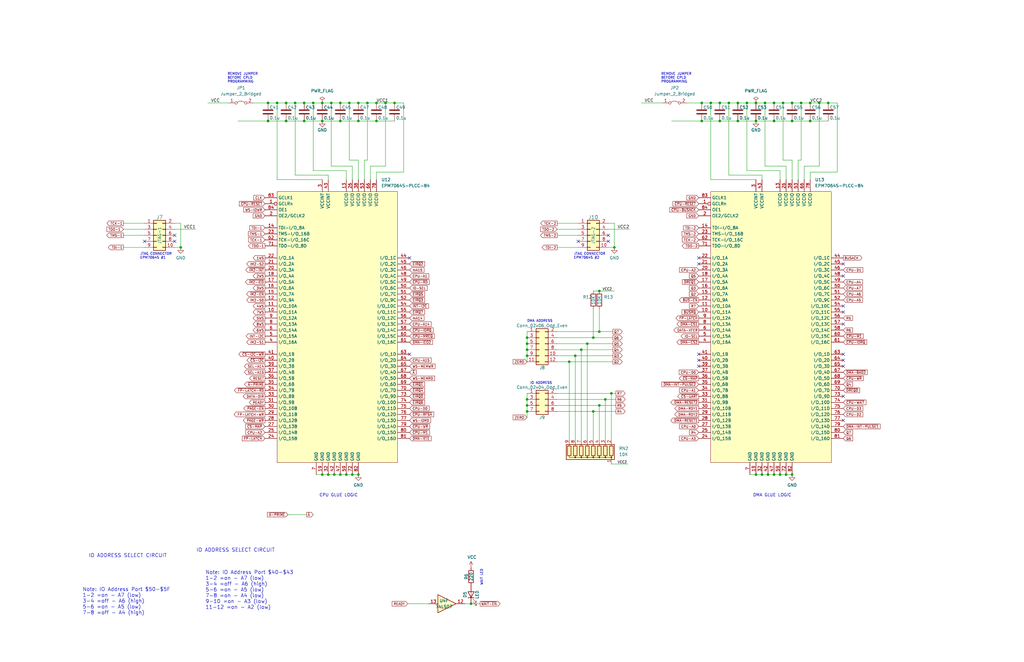
<source format=kicad_sch>
(kicad_sch (version 20211123) (generator eeschema)
  (paper "B")
  (junction (at 222.25 147.574))
  (junction (at 132.08 43.434))
  (junction (at 257.81 165.989))
  (junction (at 259.08 104.394))
  (junction (at 135.89 51.054))
  (junction (at 311.15 43.434))
  (junction (at 222.25 150.114))
  (junction (at 252.73 122.809))
  (junction (at 116.84 43.434))
  (junction (at 328.93 200.279))
  (junction (at 345.44 43.434))
  (junction (at 162.56 43.434))
  (junction (at 151.13 43.434))
  (junction (at 143.51 200.279))
  (junction (at 135.89 43.434))
  (junction (at 318.77 43.434))
  (junction (at 337.82 43.434))
  (junction (at 113.03 51.054))
  (junction (at 303.53 51.054))
  (junction (at 222.25 171.069))
  (junction (at 311.15 51.054))
  (junction (at 166.37 43.434))
  (junction (at 326.39 200.279))
  (junction (at 307.34 43.434))
  (junction (at 158.75 43.434))
  (junction (at 314.96 43.434))
  (junction (at 330.2 43.434))
  (junction (at 252.73 139.954))
  (junction (at 349.25 43.434))
  (junction (at 146.05 200.279))
  (junction (at 322.58 43.434))
  (junction (at 295.91 51.054))
  (junction (at 154.94 43.434))
  (junction (at 331.47 200.279))
  (junction (at 255.27 168.529))
  (junction (at 138.43 200.279))
  (junction (at 318.77 200.279))
  (junction (at 222.25 168.529))
  (junction (at 295.91 43.434))
  (junction (at 151.13 200.279))
  (junction (at 323.85 200.279))
  (junction (at 120.65 51.054))
  (junction (at 326.39 43.434))
  (junction (at 158.75 51.054))
  (junction (at 318.77 51.054))
  (junction (at 124.46 43.434))
  (junction (at 148.59 200.279))
  (junction (at 334.01 43.434))
  (junction (at 303.53 43.434))
  (junction (at 76.2 104.394))
  (junction (at 341.63 43.434))
  (junction (at 222.25 142.494))
  (junction (at 247.65 145.034))
  (junction (at 240.03 152.654))
  (junction (at 222.25 173.609))
  (junction (at 321.31 200.279))
  (junction (at 135.89 200.279))
  (junction (at 252.73 171.069))
  (junction (at 242.57 150.114))
  (junction (at 334.01 51.054))
  (junction (at 120.65 43.434))
  (junction (at 140.97 200.279))
  (junction (at 245.11 147.574))
  (junction (at 143.51 51.054))
  (junction (at 143.51 43.434))
  (junction (at 341.63 51.054))
  (junction (at 151.13 51.054))
  (junction (at 250.19 173.609))
  (junction (at 250.19 142.494))
  (junction (at 222.25 145.034))
  (junction (at 128.27 51.054))
  (junction (at 334.01 200.279))
  (junction (at 326.39 51.054))
  (junction (at 198.628 254.762))
  (junction (at 139.7 43.434))
  (junction (at 147.32 43.434))
  (junction (at 299.72 43.434))
  (junction (at 128.27 43.434))
  (junction (at 113.03 43.434))
  (no_connect (at 256.54 99.314))
  (no_connect (at 294.64 152.019))
  (no_connect (at 60.96 101.854))
  (no_connect (at 355.6 167.259))
  (no_connect (at 294.64 154.559))
  (no_connect (at 355.6 116.459))
  (no_connect (at 355.6 129.159))
  (no_connect (at 355.6 136.779))
  (no_connect (at 172.72 149.479))
  (no_connect (at 355.6 149.479))
  (no_connect (at 294.64 111.379))
  (no_connect (at 355.6 131.699))
  (no_connect (at 256.54 101.854))
  (no_connect (at 73.66 101.854))
  (no_connect (at 355.6 177.419))
  (no_connect (at 243.84 101.854))
  (no_connect (at 73.66 99.314))
  (no_connect (at 294.64 149.479))
  (no_connect (at 172.72 108.839))
  (no_connect (at 355.6 152.019))
  (no_connect (at 355.6 111.379))
  (no_connect (at 355.6 154.559))
  (no_connect (at 294.64 108.839))
  (wire (pts (xy 222.25 145.034) (xy 222.25 147.574)))
  (wire (pts (xy 311.15 51.054) (xy 318.77 51.054)))
  (wire (pts (xy 250.19 130.429) (xy 250.19 142.494)))
  (wire (pts (xy 222.25 142.494) (xy 222.25 145.034)))
  (wire (pts (xy 162.56 43.434) (xy 162.56 70.104)))
  (wire (pts (xy 242.57 150.114) (xy 258.445 150.114)))
  (wire (pts (xy 299.72 43.434) (xy 299.72 75.819)))
  (wire (pts (xy 138.43 200.279) (xy 140.97 200.279)))
  (wire (pts (xy 240.03 152.654) (xy 258.445 152.654)))
  (wire (pts (xy 148.59 75.819) (xy 148.59 70.104)))
  (wire (pts (xy 336.55 75.819) (xy 336.55 67.564)))
  (wire (pts (xy 116.84 43.434) (xy 120.65 43.434)))
  (wire (pts (xy 60.96 94.234) (xy 52.07 94.234)))
  (wire (pts (xy 151.13 67.564) (xy 151.13 75.819)))
  (wire (pts (xy 147.32 43.434) (xy 151.13 43.434)))
  (wire (pts (xy 222.25 173.609) (xy 222.25 176.149)))
  (wire (pts (xy 147.32 43.434) (xy 147.32 67.564)))
  (wire (pts (xy 133.35 200.279) (xy 135.89 200.279)))
  (wire (pts (xy 143.51 51.054) (xy 151.13 51.054)))
  (wire (pts (xy 120.65 43.434) (xy 124.46 43.434)))
  (wire (pts (xy 121.412 217.17) (xy 129.286 217.17)))
  (wire (pts (xy 242.57 150.114) (xy 242.57 185.674)))
  (wire (pts (xy 156.21 70.104) (xy 156.21 75.819)))
  (wire (pts (xy 330.2 67.564) (xy 334.01 67.564)))
  (wire (pts (xy 158.75 43.434) (xy 162.56 43.434)))
  (wire (pts (xy 135.89 51.054) (xy 143.51 51.054)))
  (wire (pts (xy 196.088 254.762) (xy 198.628 254.762)))
  (wire (pts (xy 124.46 73.914) (xy 124.46 43.434)))
  (wire (pts (xy 331.47 75.819) (xy 331.47 70.104)))
  (wire (pts (xy 334.01 43.434) (xy 337.82 43.434)))
  (wire (pts (xy 87.63 43.434) (xy 96.52 43.434)))
  (wire (pts (xy 257.81 165.989) (xy 257.81 185.674)))
  (wire (pts (xy 252.73 171.069) (xy 252.73 185.674)))
  (wire (pts (xy 252.73 122.809) (xy 259.08 122.809)))
  (wire (pts (xy 146.05 200.279) (xy 148.59 200.279)))
  (wire (pts (xy 255.27 168.529) (xy 255.27 185.674)))
  (wire (pts (xy 259.715 171.069) (xy 252.73 171.069)))
  (wire (pts (xy 314.96 72.009) (xy 328.93 72.009)))
  (wire (pts (xy 341.63 51.054) (xy 349.25 51.054)))
  (wire (pts (xy 334.01 67.564) (xy 334.01 75.819)))
  (wire (pts (xy 318.77 51.054) (xy 326.39 51.054)))
  (wire (pts (xy 250.19 173.609) (xy 234.95 173.609)))
  (wire (pts (xy 349.25 43.434) (xy 353.06 43.434)))
  (wire (pts (xy 52.07 99.314) (xy 60.96 99.314)))
  (wire (pts (xy 334.01 51.054) (xy 341.63 51.054)))
  (wire (pts (xy 259.715 173.609) (xy 250.19 173.609)))
  (wire (pts (xy 147.32 67.564) (xy 151.13 67.564)))
  (wire (pts (xy 166.37 43.434) (xy 170.18 43.434)))
  (wire (pts (xy 256.54 96.774) (xy 265.43 96.774)))
  (wire (pts (xy 318.77 200.279) (xy 321.31 200.279)))
  (wire (pts (xy 234.95 147.574) (xy 245.11 147.574)))
  (wire (pts (xy 151.13 51.054) (xy 158.75 51.054)))
  (wire (pts (xy 307.34 73.914) (xy 307.34 43.434)))
  (wire (pts (xy 345.44 43.434) (xy 345.44 70.104)))
  (wire (pts (xy 234.95 139.954) (xy 252.73 139.954)))
  (wire (pts (xy 222.25 168.529) (xy 222.25 171.069)))
  (wire (pts (xy 73.66 94.234) (xy 76.2 94.234)))
  (wire (pts (xy 316.23 200.279) (xy 318.77 200.279)))
  (wire (pts (xy 303.53 43.434) (xy 307.34 43.434)))
  (wire (pts (xy 245.11 147.574) (xy 245.11 185.674)))
  (wire (pts (xy 120.65 51.054) (xy 128.27 51.054)))
  (wire (pts (xy 234.95 165.989) (xy 257.81 165.989)))
  (wire (pts (xy 328.93 200.279) (xy 331.47 200.279)))
  (wire (pts (xy 299.72 75.819) (xy 318.77 75.819)))
  (wire (pts (xy 171.958 254.762) (xy 180.848 254.762)))
  (wire (pts (xy 132.08 43.434) (xy 132.08 72.009)))
  (wire (pts (xy 234.95 104.394) (xy 243.84 104.394)))
  (wire (pts (xy 138.43 73.914) (xy 124.46 73.914)))
  (wire (pts (xy 336.55 67.564) (xy 337.82 67.564)))
  (wire (pts (xy 311.15 43.434) (xy 314.96 43.434)))
  (wire (pts (xy 154.94 43.434) (xy 158.75 43.434)))
  (wire (pts (xy 321.31 75.819) (xy 321.31 73.914)))
  (wire (pts (xy 202.438 254.762) (xy 198.628 254.762)))
  (wire (pts (xy 331.47 200.279) (xy 334.01 200.279)))
  (wire (pts (xy 321.31 73.914) (xy 307.34 73.914)))
  (wire (pts (xy 148.59 70.104) (xy 139.7 70.104)))
  (wire (pts (xy 341.63 43.434) (xy 345.44 43.434)))
  (wire (pts (xy 337.82 67.564) (xy 337.82 43.434)))
  (wire (pts (xy 255.27 168.529) (xy 259.715 168.529)))
  (wire (pts (xy 139.7 43.434) (xy 143.51 43.434)))
  (wire (pts (xy 151.13 43.434) (xy 154.94 43.434)))
  (wire (pts (xy 250.19 173.609) (xy 250.19 185.674)))
  (wire (pts (xy 143.51 200.279) (xy 146.05 200.279)))
  (wire (pts (xy 76.2 94.234) (xy 76.2 104.394)))
  (wire (pts (xy 146.05 72.009) (xy 146.05 75.819)))
  (wire (pts (xy 341.63 75.819) (xy 341.63 72.644)))
  (wire (pts (xy 353.06 72.644) (xy 353.06 43.434)))
  (wire (pts (xy 321.31 200.279) (xy 323.85 200.279)))
  (wire (pts (xy 283.21 51.054) (xy 295.91 51.054)))
  (wire (pts (xy 162.56 43.434) (xy 166.37 43.434)))
  (wire (pts (xy 318.77 43.434) (xy 322.58 43.434)))
  (wire (pts (xy 128.27 51.054) (xy 135.89 51.054)))
  (wire (pts (xy 234.95 99.314) (xy 243.84 99.314)))
  (wire (pts (xy 222.25 139.954) (xy 222.25 142.494)))
  (wire (pts (xy 259.08 94.234) (xy 259.08 104.394)))
  (wire (pts (xy 257.81 195.834) (xy 264.795 195.834)))
  (wire (pts (xy 256.54 94.234) (xy 259.08 94.234)))
  (wire (pts (xy 341.63 72.644) (xy 353.06 72.644)))
  (wire (pts (xy 116.84 43.434) (xy 116.84 75.819)))
  (wire (pts (xy 295.91 43.434) (xy 299.72 43.434)))
  (wire (pts (xy 113.03 43.434) (xy 116.84 43.434)))
  (wire (pts (xy 135.89 200.279) (xy 138.43 200.279)))
  (wire (pts (xy 158.75 75.819) (xy 158.75 72.644)))
  (wire (pts (xy 326.39 200.279) (xy 328.93 200.279)))
  (wire (pts (xy 295.91 51.054) (xy 303.53 51.054)))
  (wire (pts (xy 326.39 43.434) (xy 330.2 43.434)))
  (wire (pts (xy 234.95 168.529) (xy 255.27 168.529)))
  (wire (pts (xy 243.84 94.234) (xy 234.95 94.234)))
  (wire (pts (xy 303.53 51.054) (xy 311.15 51.054)))
  (wire (pts (xy 250.19 122.809) (xy 252.73 122.809)))
  (wire (pts (xy 234.95 152.654) (xy 240.03 152.654)))
  (wire (pts (xy 337.82 43.434) (xy 341.63 43.434)))
  (wire (pts (xy 270.51 43.434) (xy 279.4 43.434)))
  (wire (pts (xy 116.84 75.819) (xy 135.89 75.819)))
  (wire (pts (xy 153.67 75.819) (xy 153.67 67.564)))
  (wire (pts (xy 106.68 43.434) (xy 113.03 43.434)))
  (wire (pts (xy 234.95 142.494) (xy 250.19 142.494)))
  (wire (pts (xy 73.66 104.394) (xy 76.2 104.394)))
  (wire (pts (xy 307.34 43.434) (xy 311.15 43.434)))
  (wire (pts (xy 135.89 43.434) (xy 139.7 43.434)))
  (wire (pts (xy 222.25 147.574) (xy 222.25 150.114)))
  (wire (pts (xy 245.11 147.574) (xy 258.445 147.574)))
  (wire (pts (xy 299.72 43.434) (xy 303.53 43.434)))
  (wire (pts (xy 52.07 104.394) (xy 60.96 104.394)))
  (wire (pts (xy 148.59 200.279) (xy 151.13 200.279)))
  (wire (pts (xy 158.75 51.054) (xy 166.37 51.054)))
  (wire (pts (xy 100.33 51.054) (xy 113.03 51.054)))
  (wire (pts (xy 345.44 43.434) (xy 349.25 43.434)))
  (wire (pts (xy 73.66 96.774) (xy 82.55 96.774)))
  (wire (pts (xy 323.85 200.279) (xy 326.39 200.279)))
  (wire (pts (xy 289.56 43.434) (xy 295.91 43.434)))
  (wire (pts (xy 113.03 51.054) (xy 120.65 51.054)))
  (wire (pts (xy 322.58 43.434) (xy 326.39 43.434)))
  (wire (pts (xy 234.95 145.034) (xy 247.65 145.034)))
  (wire (pts (xy 252.73 171.069) (xy 234.95 171.069)))
  (wire (pts (xy 247.65 145.034) (xy 258.445 145.034)))
  (wire (pts (xy 143.51 43.434) (xy 147.32 43.434)))
  (wire (pts (xy 252.73 139.954) (xy 258.445 139.954)))
  (wire (pts (xy 139.7 70.104) (xy 139.7 43.434)))
  (wire (pts (xy 328.93 72.009) (xy 328.93 75.819)))
  (wire (pts (xy 331.47 70.104) (xy 322.58 70.104)))
  (wire (pts (xy 257.81 165.989) (xy 259.715 165.989)))
  (wire (pts (xy 162.56 70.104) (xy 156.21 70.104)))
  (wire (pts (xy 132.08 72.009) (xy 146.05 72.009)))
  (wire (pts (xy 250.19 142.494) (xy 258.445 142.494)))
  (wire (pts (xy 330.2 43.434) (xy 334.01 43.434)))
  (wire (pts (xy 222.25 171.069) (xy 222.25 173.609)))
  (wire (pts (xy 138.43 75.819) (xy 138.43 73.914)))
  (wire (pts (xy 234.95 150.114) (xy 242.57 150.114)))
  (wire (pts (xy 240.03 152.654) (xy 240.03 185.674)))
  (wire (pts (xy 256.54 104.394) (xy 259.08 104.394)))
  (wire (pts (xy 326.39 51.054) (xy 334.01 51.054)))
  (wire (pts (xy 339.09 70.104) (xy 339.09 75.819)))
  (wire (pts (xy 132.08 43.434) (xy 135.89 43.434)))
  (wire (pts (xy 140.97 200.279) (xy 143.51 200.279)))
  (wire (pts (xy 345.44 70.104) (xy 339.09 70.104)))
  (wire (pts (xy 322.58 70.104) (xy 322.58 43.434)))
  (wire (pts (xy 314.96 43.434) (xy 314.96 72.009)))
  (wire (pts (xy 158.75 72.644) (xy 170.18 72.644)))
  (wire (pts (xy 128.27 43.434) (xy 132.08 43.434)))
  (wire (pts (xy 154.94 67.564) (xy 154.94 43.434)))
  (wire (pts (xy 170.18 72.644) (xy 170.18 43.434)))
  (wire (pts (xy 243.84 96.774) (xy 234.95 96.774)))
  (wire (pts (xy 153.67 67.564) (xy 154.94 67.564)))
  (wire (pts (xy 247.65 145.034) (xy 247.65 185.674)))
  (wire (pts (xy 330.2 43.434) (xy 330.2 67.564)))
  (wire (pts (xy 60.96 96.774) (xy 52.07 96.774)))
  (wire (pts (xy 222.25 150.114) (xy 222.25 152.654)))
  (wire (pts (xy 314.96 43.434) (xy 318.77 43.434)))
  (wire (pts (xy 124.46 43.434) (xy 128.27 43.434)))
  (wire (pts (xy 252.73 130.429) (xy 252.73 139.954)))
  (wire (pts (xy 222.25 165.989) (xy 222.25 168.529)))
  (text "CPU GLUE LOGIC" (at 134.62 209.804 0) (effects (font (size 1.27 1.27)) (justify left bottom)))
  (text "JTAG CONNECTOR\nEPM7064S #1" (at 59.055 109.474 0) (effects (font (size 1.016 1.016)) (justify left bottom)))
  (text "Note: IO Address Port $40-$43\n1-2 =on - A7 (low)\n3-4 =off - A6 (high)\n5-6 =on - A5 (low)\n7-8 =on - A4 (low)\n9-10 =on - A3 (low)\n11-12 =on - A2 (low)" (at 86.614 257.302 0) (effects (font (size 1.524 1.524)) (justify left bottom)))
  (text "REMOVE JUMPER\nBEFORE CPLD\nPROGRAMMING" (at 95.885 35.179 0) (effects (font (size 1.016 1.016)) (justify left bottom)))
  (text "IO ADDRESS" (at 223.52 162.306 0) (effects (font (size 1.016 1.016)) (justify left bottom)))
  (text "DMA ADDRESS" (at 222.25 136.144 0) (effects (font (size 1.016 1.016)) (justify left bottom)))
  (text "DMA GLUE LOGIC" (at 317.5 209.804 0) (effects (font (size 1.27 1.27)) (justify left bottom)))
  (text "IO ADDRESS SELECT CIRCUIT" (at 82.804 233.172 0) (effects (font (size 1.524 1.524)) (justify left bottom)))
  (text "Note: IO Address Port $50-$5F\n1-2 =on - A7 (low)\n3-4 =off - A6 (high)\n5-6 =on - A5 (low)\n7-8 =off - A4 (high)" (at 34.798 259.588 0) (effects (font (size 1.524 1.524)) (justify left bottom)))
  (text "JTAG CONNECTOR\nEPM7064S #2" (at 241.935 109.474 0) (effects (font (size 1.016 1.016)) (justify left bottom)))
  (text "IO ADDRESS SELECT CIRCUIT" (at 37.338 235.458 0) (effects (font (size 1.524 1.524)) (justify left bottom)))
  (text "REMOVE JUMPER\nBEFORE CPLD\nPROGRAMMING" (at 278.765 35.179 0) (effects (font (size 1.016 1.016)) (justify left bottom)))
  (text "WAIT LED" (at 203.708 247.142 90) (effects (font (size 1.016 1.016)) (justify left bottom)))
  (label "VCC2" (at 254 122.809 0) (effects (font (size 1.016 1.016))))
  (label "VCC2" (at 260.35 195.834 0) (effects (font (size 1.016 1.016))))
  (label "VCC1" (at 77.47 96.774 0))
  (label "VCC2" (at 260.35 96.774 0))
  (label "VCC2" (at 341.63 43.434 0))
  (label "VCC" (at 271.78 43.434 0))
  (label "VCC" (at 88.9 43.434 0))
  (label "VCC1" (at 158.75 43.434 0))
  (global_label "3WS" (shape output) (at 111.76 121.539 180) (effects (font (size 1.016 1.016))) (property "Intersheet References" "${INTERSHEET_REFS}" (effects hide)))
  (global_label "~{CPU-RFSH}" (shape input) (at 172.72 174.879 0) (effects (font (size 1.016 1.016))) (property "Intersheet References" "${INTERSHEET_REFS}" (effects hide)))
  (global_label "TDO-1" (shape output) (at 111.76 103.759 180) (effects (font (size 1.016 1.016))) (property "Intersheet References" "${INTERSHEET_REFS}" (effects hide)))
  (global_label "CPU-A2" (shape input) (at 111.76 182.499 180) (effects (font (size 1.016 1.016))) (property "Intersheet References" "${INTERSHEET_REFS}" (effects hide)))
  (global_label "~{EIRQ7}" (shape input) (at 172.72 131.699 0) (effects (font (size 1.016 1.016))) (property "Intersheet References" "${INTERSHEET_REFS}" (effects hide)))
  (global_label "CPU-A1" (shape input) (at 294.64 164.719 180) (effects (font (size 1.016 1.016))) (property "Intersheet References" "${INTERSHEET_REFS}" (effects hide)))
  (global_label "~{EIRQ4}" (shape input) (at 172.72 164.719 0) (effects (font (size 1.016 1.016))) (property "Intersheet References" "${INTERSHEET_REFS}" (effects hide)))
  (global_label "~{EIRQ1}" (shape input) (at 172.72 162.179 0) (effects (font (size 1.016 1.016))) (property "Intersheet References" "${INTERSHEET_REFS}" (effects hide)))
  (global_label "~{EIRQ6}" (shape input) (at 172.72 169.799 0) (effects (font (size 1.016 1.016))) (property "Intersheet References" "${INTERSHEET_REFS}" (effects hide)))
  (global_label "~{DMA-IEI1}" (shape input) (at 172.72 185.039 0) (effects (font (size 1.016 1.016))) (property "Intersheet References" "${INTERSHEET_REFS}" (effects hide)))
  (global_label "~{DREQ1}" (shape input) (at 294.64 118.999 180) (effects (font (size 1.016 1.016))) (property "Intersheet References" "${INTERSHEET_REFS}" (effects hide)))
  (global_label "~{FP-LATCH}" (shape output) (at 294.64 134.239 180) (effects (font (size 1.016 1.016))) (property "Intersheet References" "${INTERSHEET_REFS}" (effects hide)))
  (global_label "~{CPU-RD}" (shape input) (at 172.72 118.999 0) (effects (font (size 1.016 1.016))) (property "Intersheet References" "${INTERSHEET_REFS}" (effects hide)))
  (global_label "TMS-2" (shape output) (at 234.95 99.314 180) (effects (font (size 1.016 1.016))) (property "Intersheet References" "${INTERSHEET_REFS}" (effects hide)))
  (global_label "~{DMA-INT-PULSE1}" (shape input) (at 355.6 179.959 0) (effects (font (size 1.016 1.016))) (property "Intersheet References" "${INTERSHEET_REFS}" (effects hide)))
  (global_label "Q3" (shape output) (at 258.445 150.114 0) (effects (font (size 1.016 1.016))) (property "Intersheet References" "${INTERSHEET_REFS}" (effects hide)))
  (global_label "~{CPU-IORQ}" (shape input) (at 172.72 139.319 0) (effects (font (size 1.016 1.016))) (property "Intersheet References" "${INTERSHEET_REFS}" (effects hide)))
  (global_label "DMA-RDY2" (shape output) (at 294.64 174.879 180) (effects (font (size 1.016 1.016))) (property "Intersheet References" "${INTERSHEET_REFS}" (effects hide)))
  (global_label "CPU-D0" (shape input) (at 172.72 172.339 0) (effects (font (size 1.016 1.016))) (property "Intersheet References" "${INTERSHEET_REFS}" (effects hide)))
  (global_label "IM2-S2" (shape output) (at 111.76 111.379 180) (effects (font (size 1.016 1.016))) (property "Intersheet References" "${INTERSHEET_REFS}" (effects hide)))
  (global_label "DMA-RDY1" (shape output) (at 294.64 172.339 180) (effects (font (size 1.016 1.016))) (property "Intersheet References" "${INTERSHEET_REFS}" (effects hide)))
  (global_label "~{CPU-M1}" (shape input) (at 355.6 141.859 0) (effects (font (size 1.016 1.016))) (property "Intersheet References" "${INTERSHEET_REFS}" (effects hide)))
  (global_label "CPU-A0" (shape input) (at 294.64 179.959 180) (effects (font (size 1.016 1.016))) (property "Intersheet References" "${INTERSHEET_REFS}" (effects hide)))
  (global_label "~{A}" (shape input) (at 172.72 157.099 0) (effects (font (size 1.016 1.016))) (property "Intersheet References" "${INTERSHEET_REFS}" (effects hide)))
  (global_label "~{CS-I2C}" (shape output) (at 111.76 152.019 180) (effects (font (size 1.016 1.016))) (property "Intersheet References" "${INTERSHEET_REFS}" (effects hide)))
  (global_label "READY" (shape input) (at 171.958 254.762 180) (effects (font (size 1.016 1.016))) (property "Intersheet References" "${INTERSHEET_REFS}" (effects hide)))
  (global_label "~{CPU-MREQ}" (shape input) (at 172.72 141.859 0) (effects (font (size 1.016 1.016))) (property "Intersheet References" "${INTERSHEET_REFS}" (effects hide)))
  (global_label "~{IM2-EN}" (shape output) (at 111.76 124.079 180) (effects (font (size 1.016 1.016))) (property "Intersheet References" "${INTERSHEET_REFS}" (effects hide)))
  (global_label "WS-IORD" (shape input) (at 172.72 177.419 0) (effects (font (size 1.016 1.016))) (property "Intersheet References" "${INTERSHEET_REFS}" (effects hide)))
  (global_label "~{INT-I2C}" (shape input) (at 172.72 129.159 0) (effects (font (size 1.016 1.016))) (property "Intersheet References" "${INTERSHEET_REFS}" (effects hide)))
  (global_label "1WS" (shape output) (at 111.76 108.839 180) (effects (font (size 1.016 1.016))) (property "Intersheet References" "${INTERSHEET_REFS}" (effects hide)))
  (global_label "~{DMA-CS2}" (shape output) (at 294.64 144.399 180) (effects (font (size 1.016 1.016))) (property "Intersheet References" "${INTERSHEET_REFS}" (effects hide)))
  (global_label "~{EIRQ5}" (shape input) (at 172.72 124.079 0) (effects (font (size 1.016 1.016))) (property "Intersheet References" "${INTERSHEET_REFS}" (effects hide)))
  (global_label "~{CS-MAP}" (shape output) (at 294.64 159.639 180) (effects (font (size 1.016 1.016))) (property "Intersheet References" "${INTERSHEET_REFS}" (effects hide)))
  (global_label "TCK-1" (shape output) (at 52.07 94.234 180) (effects (font (size 1.016 1.016))) (property "Intersheet References" "${INTERSHEET_REFS}" (effects hide)))
  (global_label "6WS" (shape output) (at 111.76 139.319 180) (effects (font (size 1.016 1.016))) (property "Intersheet References" "${INTERSHEET_REFS}" (effects hide)))
  (global_label "CPU-A3" (shape input) (at 294.64 185.039 180) (effects (font (size 1.016 1.016))) (property "Intersheet References" "${INTERSHEET_REFS}" (effects hide)))
  (global_label "mA15" (shape input) (at 172.72 113.919 0) (effects (font (size 1.016 1.016))) (property "Intersheet References" "${INTERSHEET_REFS}" (effects hide)))
  (global_label "TMS-2" (shape input) (at 294.64 98.679 180) (effects (font (size 1.016 1.016))) (property "Intersheet References" "${INTERSHEET_REFS}" (effects hide)))
  (global_label "R7" (shape input) (at 294.64 129.159 180) (effects (font (size 1.016 1.016))) (property "Intersheet References" "${INTERSHEET_REFS}" (effects hide)))
  (global_label "Q2" (shape output) (at 258.445 152.654 0) (effects (font (size 1.016 1.016))) (property "Intersheet References" "${INTERSHEET_REFS}" (effects hide)))
  (global_label "TMS-1" (shape output) (at 52.07 99.314 180) (effects (font (size 1.016 1.016))) (property "Intersheet References" "${INTERSHEET_REFS}" (effects hide)))
  (global_label "~{EIRQ2}" (shape input) (at 172.72 111.379 0) (effects (font (size 1.016 1.016))) (property "Intersheet References" "${INTERSHEET_REFS}" (effects hide)))
  (global_label "CPU-A1" (shape input) (at 172.72 116.459 0) (effects (font (size 1.016 1.016))) (property "Intersheet References" "${INTERSHEET_REFS}" (effects hide)))
  (global_label "~{PAGE-EN}" (shape output) (at 111.76 172.339 180) (effects (font (size 1.016 1.016))) (property "Intersheet References" "${INTERSHEET_REFS}" (effects hide)))
  (global_label "~{DMA-RESET1}" (shape output) (at 294.64 177.419 180) (effects (font (size 1.016 1.016))) (property "Intersheet References" "${INTERSHEET_REFS}" (effects hide)))
  (global_label "~{CS-MAP}" (shape input) (at 111.76 179.959 180) (effects (font (size 1.016 1.016))) (property "Intersheet References" "${INTERSHEET_REFS}" (effects hide)))
  (global_label "CPU-A6" (shape input) (at 355.6 124.079 0) (effects (font (size 1.016 1.016))) (property "Intersheet References" "${INTERSHEET_REFS}" (effects hide)))
  (global_label "Q2" (shape input) (at 294.64 124.079 180) (effects (font (size 1.016 1.016))) (property "Intersheet References" "${INTERSHEET_REFS}" (effects hide)))
  (global_label "5WS" (shape output) (at 111.76 134.239 180) (effects (font (size 1.016 1.016))) (property "Intersheet References" "${INTERSHEET_REFS}" (effects hide)))
  (global_label "~{BUSRQ}" (shape input) (at 294.64 131.699 180) (effects (font (size 1.016 1.016))) (property "Intersheet References" "${INTERSHEET_REFS}" (effects hide)))
  (global_label "~{FP-LATCH}" (shape input) (at 111.76 185.039 180) (effects (font (size 1.016 1.016))) (property "Intersheet References" "${INTERSHEET_REFS}" (effects hide)))
  (global_label "GND" (shape input) (at 294.64 83.439 180) (effects (font (size 1.016 1.016))) (property "Intersheet References" "${INTERSHEET_REFS}" (effects hide)))
  (global_label "SEL-A15" (shape output) (at 111.76 157.099 180) (effects (font (size 1.016 1.016))) (property "Intersheet References" "${INTERSHEET_REFS}" (effects hide)))
  (global_label "~{DMA-RESET2}" (shape output) (at 294.64 169.799 180) (effects (font (size 1.016 1.016))) (property "Intersheet References" "${INTERSHEET_REFS}" (effects hide)))
  (global_label "~{CPU-M1}" (shape input) (at 172.72 182.499 0) (effects (font (size 1.016 1.016))) (property "Intersheet References" "${INTERSHEET_REFS}" (effects hide)))
  (global_label "TCK-2" (shape output) (at 234.95 94.234 180) (effects (font (size 1.016 1.016))) (property "Intersheet References" "${INTERSHEET_REFS}" (effects hide)))
  (global_label "~{A}" (shape output) (at 129.286 217.17 0) (effects (font (size 1.016 1.016))) (property "Intersheet References" "${INTERSHEET_REFS}" (effects hide)))
  (global_label "Q6" (shape output) (at 258.445 142.494 0) (effects (font (size 1.016 1.016))) (property "Intersheet References" "${INTERSHEET_REFS}" (effects hide)))
  (global_label "TCK-1" (shape input) (at 111.76 101.219 180) (effects (font (size 1.016 1.016))) (property "Intersheet References" "${INTERSHEET_REFS}" (effects hide)))
  (global_label "CPU-D1" (shape input) (at 355.6 113.919 0) (effects (font (size 1.016 1.016))) (property "Intersheet References" "${INTERSHEET_REFS}" (effects hide)))
  (global_label "R4" (shape input) (at 294.64 182.499 180) (effects (font (size 1.016 1.016))) (property "Intersheet References" "${INTERSHEET_REFS}" (effects hide)))
  (global_label "R5" (shape input) (at 355.6 134.239 0) (effects (font (size 1.016 1.016))) (property "Intersheet References" "${INTERSHEET_REFS}" (effects hide)))
  (global_label "WS-MEMRD" (shape input) (at 172.72 159.639 0) (effects (font (size 1.016 1.016))) (property "Intersheet References" "${INTERSHEET_REFS}" (effects hide)))
  (global_label "~{DMA-INT-PULSE2}" (shape input) (at 294.64 162.179 180) (effects (font (size 1.016 1.016))) (property "Intersheet References" "${INTERSHEET_REFS}" (effects hide)))
  (global_label "CLK" (shape input) (at 111.76 83.439 180) (effects (font (size 1.016 1.016))) (property "Intersheet References" "${INTERSHEET_REFS}" (effects hide)))
  (global_label "TDI-1" (shape input) (at 111.76 96.139 180) (effects (font (size 1.016 1.016))) (property "Intersheet References" "${INTERSHEET_REFS}" (effects hide)))
  (global_label "IM2-S1" (shape output) (at 111.76 144.399 180) (effects (font (size 1.016 1.016))) (property "Intersheet References" "${INTERSHEET_REFS}" (effects hide)))
  (global_label "TCK-2" (shape input) (at 294.64 101.219 180) (effects (font (size 1.016 1.016))) (property "Intersheet References" "${INTERSHEET_REFS}" (effects hide)))
  (global_label "7WS" (shape output) (at 111.76 131.699 180) (effects (font (size 1.016 1.016))) (property "Intersheet References" "${INTERSHEET_REFS}" (effects hide)))
  (global_label "TDO-2" (shape output) (at 294.64 103.759 180) (effects (font (size 1.016 1.016))) (property "Intersheet References" "${INTERSHEET_REFS}" (effects hide)))
  (global_label "READY" (shape output) (at 111.76 169.799 180) (effects (font (size 1.016 1.016))) (property "Intersheet References" "${INTERSHEET_REFS}" (effects hide)))
  (global_label "R6" (shape input) (at 355.6 139.319 0) (effects (font (size 1.016 1.016))) (property "Intersheet References" "${INTERSHEET_REFS}" (effects hide)))
  (global_label "WS-IOWR" (shape input) (at 111.76 88.519 180) (effects (font (size 1.016 1.016))) (property "Intersheet References" "${INTERSHEET_REFS}" (effects hide)))
  (global_label "~{BUS-EN}" (shape output) (at 294.64 126.619 180) (effects (font (size 1.016 1.016))) (property "Intersheet References" "${INTERSHEET_REFS}" (effects hide)))
  (global_label "~{PAGE-WR}" (shape output) (at 111.76 177.419 180) (effects (font (size 1.016 1.016))) (property "Intersheet References" "${INTERSHEET_REFS}" (effects hide)))
  (global_label "~{A-PRIME}" (shape output) (at 111.76 162.179 180) (effects (font (size 1.016 1.016))) (property "Intersheet References" "${INTERSHEET_REFS}" (effects hide)))
  (global_label "~{DREQ0}" (shape input) (at 355.6 164.719 0) (effects (font (size 1.016 1.016))) (property "Intersheet References" "${INTERSHEET_REFS}" (effects hide)))
  (global_label "~{CS-I2C-WR}" (shape output) (at 111.76 149.479 180) (effects (font (size 1.016 1.016))) (property "Intersheet References" "${INTERSHEET_REFS}" (effects hide)))
  (global_label "IO-SEL" (shape output) (at 294.64 141.859 180) (effects (font (size 1.016 1.016))) (property "Intersheet References" "${INTERSHEET_REFS}" (effects hide)))
  (global_label "~{CPU-WAIT}" (shape input) (at 355.6 169.799 0) (effects (font (size 1.016 1.016))) (property "Intersheet References" "${INTERSHEET_REFS}" (effects hide)))
  (global_label "Q5" (shape output) (at 258.445 145.034 0) (effects (font (size 1.016 1.016))) (property "Intersheet References" "${INTERSHEET_REFS}" (effects hide)))
  (global_label "4WS" (shape output) (at 111.76 129.159 180) (effects (font (size 1.016 1.016))) (property "Intersheet References" "${INTERSHEET_REFS}" (effects hide)))
  (global_label "FP-LATCH-WR" (shape output) (at 111.76 174.879 180) (effects (font (size 1.016 1.016))) (property "Intersheet References" "${INTERSHEET_REFS}" (effects hide)))
  (global_label "~{WAIT-EN}" (shape output) (at 202.438 254.762 0) (effects (font (size 1.016 1.016))) (property "Intersheet References" "${INTERSHEET_REFS}" (effects hide)))
  (global_label "TDI-2" (shape input) (at 294.64 96.139 180) (effects (font (size 1.016 1.016))) (property "Intersheet References" "${INTERSHEET_REFS}" (effects hide)))
  (global_label "~{FP-LATCH-RD}" (shape output) (at 111.76 164.719 180) (effects (font (size 1.016 1.016))) (property "Intersheet References" "${INTERSHEET_REFS}" (effects hide)))
  (global_label "Q7" (shape output) (at 258.445 139.954 0) (effects (font (size 1.016 1.016))) (property "Intersheet References" "${INTERSHEET_REFS}" (effects hide)))
  (global_label "Q4" (shape input) (at 355.6 162.179 0) (effects (font (size 1.016 1.016))) (property "Intersheet References" "${INTERSHEET_REFS}" (effects hide)))
  (global_label "~{CPU-WR}" (shape input) (at 355.6 159.639 0) (effects (font (size 1.016 1.016))) (property "Intersheet References" "${INTERSHEET_REFS}" (effects hide)))
  (global_label "CPU-D2" (shape input) (at 355.6 174.879 0) (effects (font (size 1.016 1.016))) (property "Intersheet References" "${INTERSHEET_REFS}" (effects hide)))
  (global_label "IM2-S0" (shape output) (at 111.76 126.619 180) (effects (font (size 1.016 1.016))) (property "Intersheet References" "${INTERSHEET_REFS}" (effects hide)))
  (global_label "~{IM2-INT}" (shape output) (at 111.76 113.919 180) (effects (font (size 1.016 1.016))) (property "Intersheet References" "${INTERSHEET_REFS}" (effects hide)))
  (global_label "CPU-D3" (shape input) (at 355.6 172.339 0) (effects (font (size 1.016 1.016))) (property "Intersheet References" "${INTERSHEET_REFS}" (effects hide)))
  (global_label "~{CPU-IORQ}" (shape input) (at 355.6 144.399 0) (effects (font (size 1.016 1.016))) (property "Intersheet References" "${INTERSHEET_REFS}" (effects hide)))
  (global_label "BUSACK" (shape output) (at 355.6 108.839 0) (effects (font (size 1.016 1.016))) (property "Intersheet References" "${INTERSHEET_REFS}" (effects hide)))
  (global_label "GND" (shape input) (at 111.76 91.059 180) (effects (font (size 1.016 1.016))) (property "Intersheet References" "${INTERSHEET_REFS}" (effects hide)))
  (global_label "Q7" (shape input) (at 355.6 182.499 0) (effects (font (size 1.016 1.016))) (property "Intersheet References" "${INTERSHEET_REFS}" (effects hide)))
  (global_label "CPU-A14" (shape input) (at 172.72 136.779 0) (effects (font (size 1.016 1.016))) (property "Intersheet References" "${INTERSHEET_REFS}" (effects hide)))
  (global_label "~{EIRQ0}" (shape input) (at 172.72 167.259 0) (effects (font (size 1.016 1.016))) (property "Intersheet References" "${INTERSHEET_REFS}" (effects hide)))
  (global_label "Q3" (shape input) (at 294.64 121.539 180) (effects (font (size 1.016 1.016))) (property "Intersheet References" "${INTERSHEET_REFS}" (effects hide)))
  (global_label "~{EIRQ3}" (shape input) (at 172.72 126.619 0) (effects (font (size 1.016 1.016))) (property "Intersheet References" "${INTERSHEET_REFS}" (effects hide)))
  (global_label "~{DMA-CS1}" (shape output) (at 294.64 136.779 180) (effects (font (size 1.016 1.016))) (property "Intersheet References" "${INTERSHEET_REFS}" (effects hide)))
  (global_label "TDI-2" (shape output) (at 234.95 104.394 180) (effects (font (size 1.016 1.016))) (property "Intersheet References" "${INTERSHEET_REFS}" (effects hide)))
  (global_label "DATA-XFER" (shape output) (at 294.64 139.319 180) (effects (font (size 1.016 1.016))) (property "Intersheet References" "${INTERSHEET_REFS}" (effects hide)))
  (global_label "~{CPU-RESET}" (shape input) (at 294.64 85.979 180) (effects (font (size 1.016 1.016))) (property "Intersheet References" "${INTERSHEET_REFS}" (effects hide)))
  (global_label "GND" (shape input) (at 294.64 91.059 180) (effects (font (size 1.016 1.016))) (property "Intersheet References" "${INTERSHEET_REFS}" (effects hide)))
  (global_label "R6" (shape output) (at 259.715 168.529 0) (effects (font (size 1.016 1.016))) (property "Intersheet References" "${INTERSHEET_REFS}" (effects hide)))
  (global_label "TDO-2" (shape input) (at 234.95 96.774 180) (effects (font (size 1.016 1.016))) (property "Intersheet References" "${INTERSHEET_REFS}" (effects hide)))
  (global_label "Q4" (shape output) (at 258.445 147.574 0) (effects (font (size 1.016 1.016))) (property "Intersheet References" "${INTERSHEET_REFS}" (effects hide)))
  (global_label "8WS" (shape output) (at 111.76 136.779 180) (effects (font (size 1.016 1.016))) (property "Intersheet References" "${INTERSHEET_REFS}" (effects hide)))
  (global_label "DATA-DIR" (shape output) (at 111.76 167.259 180) (effects (font (size 1.016 1.016))) (property "Intersheet References" "${INTERSHEET_REFS}" (effects hide)))
  (global_label "CPU-A7" (shape input) (at 355.6 121.539 0) (effects (font (size 1.016 1.016))) (property "Intersheet References" "${INTERSHEET_REFS}" (effects hide)))
  (global_label "ZERO" (shape input) (at 222.25 176.149 180) (effects (font (size 1.016 1.016))) (property "Intersheet References" "${INTERSHEET_REFS}" (effects hide)))
  (global_label "R7" (shape output) (at 259.715 165.989 0) (effects (font (size 1.016 1.016))) (property "Intersheet References" "${INTERSHEET_REFS}" (effects hide)))
  (global_label "CPU-A5" (shape input) (at 355.6 126.619 0) (effects (font (size 1.016 1.016))) (property "Intersheet References" "${INTERSHEET_REFS}" (effects hide)))
  (global_label "~{CPU-WR}" (shape input) (at 172.72 179.959 0) (effects (font (size 1.016 1.016))) (property "Intersheet References" "${INTERSHEET_REFS}" (effects hide)))
  (global_label "Q6" (shape input) (at 355.6 185.039 0) (effects (font (size 1.016 1.016))) (property "Intersheet References" "${INTERSHEET_REFS}" (effects hide)))
  (global_label "WS-MEMWR" (shape input) (at 172.72 154.559 0) (effects (font (size 1.016 1.016))) (property "Intersheet References" "${INTERSHEET_REFS}" (effects hide)))
  (global_label "INT-I2C" (shape output) (at 111.76 141.859 180) (effects (font (size 1.016 1.016))) (property "Intersheet References" "${INTERSHEET_REFS}" (effects hide)))
  (global_label "R5" (shape output) (at 259.715 171.069 0) (effects (font (size 1.016 1.016))) (property "Intersheet References" "${INTERSHEET_REFS}" (effects hide)))
  (global_label "CPU-A2" (shape input) (at 294.64 113.919 180) (effects (font (size 1.016 1.016))) (property "Intersheet References" "${INTERSHEET_REFS}" (effects hide)))
  (global_label "2WS" (shape output) (at 111.76 116.459 180) (effects (font (size 1.016 1.016))) (property "Intersheet References" "${INTERSHEET_REFS}" (effects hide)))
  (global_label "~{DMA-BAO2}" (shape input) (at 355.6 157.099 0) (effects (font (size 1.016 1.016))) (property "Intersheet References" "${INTERSHEET_REFS}" (effects hide)))
  (global_label "TDO-1" (shape input) (at 52.07 96.774 180) (effects (font (size 1.016 1.016))) (property "Intersheet References" "${INTERSHEET_REFS}" (effects hide)))
  (global_label "~{DMA-IEO2}" (shape input) (at 172.72 144.399 0) (effects (font (size 1.016 1.016))) (property "Intersheet References" "${INTERSHEET_REFS}" (effects hide)))
  (global_label "~{A-PRIME}" (shape input) (at 121.412 217.17 180) (effects (font (size 1.016 1.016))) (property "Intersheet References" "${INTERSHEET_REFS}" (effects hide)))
  (global_label "~{IM2-IEO}" (shape output) (at 111.76 118.999 180) (effects (font (size 1.016 1.016))) (property "Intersheet References" "${INTERSHEET_REFS}" (effects hide)))
  (global_label "CPU-A15" (shape input) (at 172.72 152.019 0) (effects (font (size 1.016 1.016))) (property "Intersheet References" "${INTERSHEET_REFS}" (effects hide)))
  (global_label "~{CS-UART}" (shape output) (at 294.64 167.259 180) (effects (font (size 1.016 1.016))) (property "Intersheet References" "${INTERSHEET_REFS}" (effects hide)))
  (global_label "TMS-1" (shape input) (at 111.76 98.679 180) (effects (font (size 1.016 1.016))) (property "Intersheet References" "${INTERSHEET_REFS}" (effects hide)))
  (global_label "IO-SEL" (shape input) (at 172.72 121.539 0) (effects (font (size 1.016 1.016))) (property "Intersheet References" "${INTERSHEET_REFS}" (effects hide)))
  (global_label "Q5" (shape input) (at 294.64 116.459 180) (effects (font (size 1.016 1.016))) (property "Intersheet References" "${INTERSHEET_REFS}" (effects hide)))
  (global_label "mA14" (shape input) (at 172.72 134.239 0) (effects (font (size 1.016 1.016))) (property "Intersheet References" "${INTERSHEET_REFS}" (effects hide)))
  (global_label "~{CPU-BUSACK}" (shape input) (at 294.64 88.519 180) (effects (font (size 1.016 1.016))) (property "Intersheet References" "${INTERSHEET_REFS}" (effects hide)))
  (global_label "TDI-1" (shape output) (at 52.07 104.394 180) (effects (font (size 1.016 1.016))) (property "Intersheet References" "${INTERSHEET_REFS}" (effects hide)))
  (global_label "SEL-A14" (shape output) (at 111.76 154.559 180) (effects (font (size 1.016 1.016))) (property "Intersheet References" "${INTERSHEET_REFS}" (effects hide)))
  (global_label "~{CPU-RESET}" (shape input) (at 111.76 85.979 180) (effects (font (size 1.016 1.016))) (property "Intersheet References" "${INTERSHEET_REFS}" (effects hide)))
  (global_label "ZERO" (shape input) (at 222.25 152.654 180) (effects (font (size 1.016 1.016))) (property "Intersheet References" "${INTERSHEET_REFS}" (effects hide)))
  (global_label "CPU-D0" (shape input) (at 294.64 157.099 180) (effects (font (size 1.016 1.016))) (property "Intersheet References" "${INTERSHEET_REFS}" (effects hide)))
  (global_label "RESET" (shape output) (at 111.76 159.639 180) (effects (font (size 1.016 1.016))) (property "Intersheet References" "${INTERSHEET_REFS}" (effects hide)))
  (global_label "R4" (shape output) (at 259.715 173.609 0) (effects (font (size 1.016 1.016))) (property "Intersheet References" "${INTERSHEET_REFS}" (effects hide)))
  (global_label "CPU-A4" (shape input) (at 355.6 118.999 0) (effects (font (size 1.016 1.016))) (property "Intersheet References" "${INTERSHEET_REFS}" (effects hide)))
  (symbol (lib_id "74xx:74LS07") (at 188.468 254.762 0) (unit 6)
    (property "Reference" "U4" (at 187.198 253.492 0))
    (property "Value" "74LS07" (at 187.198 256.032 0))
    (property "Footprint" "Package_DIP:DIP-14_W7.62mm" (effects hide))
    (property "Datasheet" "www.ti.com/lit/ds/symlink/sn74ls07.pdf" (effects hide))
  )
  (symbol (lib_id "Device:R") (at 198.628 243.332 180) (unit 1)
    (property "Reference" "R6" (at 196.596 243.332 90))
    (property "Value" "220" (at 198.628 243.332 90))
    (property "Footprint" "Resistor_THT:R_Axial_DIN0207_L6.3mm_D2.5mm_P7.62mm_Horizontal" (effects hide))
  )
  (symbol (lib_id "Device:LED") (at 198.628 250.952 90) (unit 1)
    (property "Reference" "D5" (at 196.088 250.952 0))
    (property "Value" "LED" (at 201.168 250.952 0))
    (property "Footprint" "LED_THT:LED_D3.0mm_Horizontal_O3.81mm_Z2.0mm" (effects hide))
  )
  (symbol (lib_id "power:VCC") (at 198.628 239.522 0) (unit 1)
    (property "Reference" "#PWR0155" (effects hide))
    (property "Value" "VCC" (at 199.009 235.1278 0))
  )
  (symbol (lib_id "power:GND") (at 151.13 200.279 0) (unit 1)
    (property "Reference" "#PWR010" (effects hide))
    (property "Value" "GND" (at 151.13 204.724 0))
  )
  (symbol (lib_id "Connector_Generic:Conn_02x05_Odd_Even") (at 248.92 99.314 0) (unit 1)
    (property "Reference" "J10" (at 250.19 91.694 0) (effects (font (size 1.524 1.524))))
    (property "Value" "JTAG-2" (at 250.19 99.314 90))
    (property "Footprint" "Connector_IDC:IDC-Header_2x05_P2.54mm_Vertical" (effects hide))
  )
  (symbol (lib_id "Device:R_Network08") (at 247.65 190.754 180) (unit 1)
    (property "Reference" "RN2" (at 260.985 189.2299 0) (effects (justify right)))
    (property "Value" "10K" (at 260.985 191.7699 0) (effects (justify right)))
    (property "Footprint" "Resistor_THT:R_Array_SIP9" (effects hide))
    (property "Datasheet" "http://www.vishay.com/docs/31509/csc.pdf" (effects hide))
  )
  (symbol (lib_id "Jumper:Jumper_2_Bridged") (at 101.6 43.434 0) (unit 1)
    (property "Reference" "JP1" (at 101.6 37.084 0))
    (property "Value" "Jumper_2_Bridged" (at 101.6 39.624 0))
    (property "Footprint" "Connector_PinHeader_2.54mm:PinHeader_2x01_P2.54mm_Vertical" (effects hide))
  )
  (symbol (lib_id "power:PWR_FLAG") (at 318.77 43.434 0) (unit 1)
    (property "Reference" "#FLG09" (effects hide))
    (property "Value" "PWR_FLAG" (at 318.77 38.354 0))
  )
  (symbol (lib_id "power:GND") (at 135.89 51.054 0) (unit 1)
    (property "Reference" "#PWR03" (effects hide))
    (property "Value" "GND" (at 135.89 54.864 0))
  )
  (symbol (lib_id "Device:R") (at 250.19 126.619 0) (mirror y) (unit 1)
    (property "Reference" "R12" (at 245.745 125.349 0) (effects (justify right)))
    (property "Value" "10K" (at 250.19 124.714 90) (effects (justify right)))
    (property "Footprint" "Resistor_THT:R_Axial_DIN0207_L6.3mm_D2.5mm_P7.62mm_Horizontal" (effects hide))
  )
  (symbol (lib_id "Device:C") (at 326.39 47.244 0) (unit 1)
    (property "Reference" "C54" (at 327.025 45.339 0) (effects (justify left)))
    (property "Value" "0.1u" (at 327.025 49.784 0) (effects (justify left)))
    (property "Footprint" "Capacitor_THT:C_Disc_D5.0mm_W2.5mm_P5.00mm" (effects hide))
  )
  (symbol (lib_id "EPM7064S-PLCC-84:EPM7064S-PLCC-84") (at 325.12 138.049 0) (unit 1)
    (property "Reference" "U13" (at 343.6494 75.819 0) (effects (justify left)))
    (property "Value" "EPM7064S-PLCC-84" (at 343.6494 78.359 0) (effects (justify left)))
    (property "Footprint" "Package_LCC:PLCC-84_THT-Socket" (effects hide))
  )
  (symbol (lib_id "Device:C") (at 311.15 47.244 0) (unit 1)
    (property "Reference" "C52" (at 311.785 45.339 0) (effects (justify left)))
    (property "Value" "0.1u" (at 311.785 49.784 0) (effects (justify left)))
    (property "Footprint" "Capacitor_THT:C_Disc_D5.0mm_W2.5mm_P5.00mm" (effects hide))
  )
  (symbol (lib_id "Jumper:Jumper_2_Bridged") (at 284.48 43.434 0) (unit 1)
    (property "Reference" "JP2" (at 284.48 37.084 0))
    (property "Value" "Jumper_2_Bridged" (at 284.48 39.624 0))
    (property "Footprint" "Connector_PinHeader_2.54mm:PinHeader_2x01_P2.54mm_Vertical" (effects hide))
  )
  (symbol (lib_id "power:GND") (at 76.2 104.394 0) (unit 1)
    (property "Reference" "#PWR01" (effects hide))
    (property "Value" "GND" (at 76.2 108.839 0))
  )
  (symbol (lib_id "power:GND") (at 334.01 200.279 0) (unit 1)
    (property "Reference" "#PWR028" (effects hide))
    (property "Value" "GND" (at 334.01 204.724 0))
  )
  (symbol (lib_id "Connector_Generic:Conn_02x06_Odd_Even") (at 227.33 145.034 0) (unit 1)
    (property "Reference" "J8" (at 228.6 155.194 0))
    (property "Value" "Conn_02x06_Odd_Even" (at 228.6 137.414 0))
    (property "Footprint" "Connector_PinHeader_2.54mm:PinHeader_2x06_P2.54mm_Vertical" (effects hide))
  )
  (symbol (lib_id "Device:C") (at 143.51 47.244 0) (unit 1)
    (property "Reference" "C45" (at 144.145 45.339 0) (effects (justify left)))
    (property "Value" "0.1u" (at 144.145 49.784 0) (effects (justify left)))
    (property "Footprint" "Capacitor_THT:C_Disc_D5.0mm_W2.5mm_P5.00mm" (effects hide))
  )
  (symbol (lib_id "Device:C") (at 113.03 47.244 0) (unit 1)
    (property "Reference" "C41" (at 113.665 45.339 0) (effects (justify left)))
    (property "Value" "0.1u" (at 113.665 49.784 0) (effects (justify left)))
    (property "Footprint" "Capacitor_THT:C_Disc_D5.0mm_W2.5mm_P5.00mm" (effects hide))
  )
  (symbol (lib_id "Device:C") (at 158.75 47.244 0) (unit 1)
    (property "Reference" "C48" (at 159.385 45.339 0) (effects (justify left)))
    (property "Value" "0.1u" (at 159.385 49.784 0) (effects (justify left)))
    (property "Footprint" "Capacitor_THT:C_Disc_D5.0mm_W2.5mm_P5.00mm" (effects hide))
  )
  (symbol (lib_id "Device:C") (at 166.37 47.244 0) (unit 1)
    (property "Reference" "C49" (at 167.005 45.339 0) (effects (justify left)))
    (property "Value" "0.1u" (at 167.005 49.784 0) (effects (justify left)))
    (property "Footprint" "Capacitor_THT:C_Disc_D5.0mm_W2.5mm_P5.00mm" (effects hide))
  )
  (symbol (lib_id "Device:C") (at 349.25 47.244 0) (unit 1)
    (property "Reference" "C57" (at 349.885 45.339 0) (effects (justify left)))
    (property "Value" "0.1u" (at 349.885 49.784 0) (effects (justify left)))
    (property "Footprint" "Capacitor_THT:C_Disc_D5.0mm_W2.5mm_P5.00mm" (effects hide))
  )
  (symbol (lib_id "power:GND") (at 318.77 51.054 0) (unit 1)
    (property "Reference" "#PWR027" (effects hide))
    (property "Value" "GND" (at 318.77 54.864 0))
  )
  (symbol (lib_id "Connector_Generic:Conn_02x04_Odd_Even") (at 227.33 168.529 0) (unit 1)
    (property "Reference" "J9" (at 228.6 176.149 0))
    (property "Value" "Conn_02x04_Odd_Even" (at 228.6 163.449 0))
    (property "Footprint" "Connector_PinHeader_2.54mm:PinHeader_2x04_P2.54mm_Vertical" (effects hide))
  )
  (symbol (lib_id "power:PWR_FLAG") (at 135.89 43.434 0) (unit 1)
    (property "Reference" "#FLG05" (effects hide))
    (property "Value" "PWR_FLAG" (at 135.89 38.354 0))
  )
  (symbol (lib_id "Device:C") (at 318.77 47.244 0) (unit 1)
    (property "Reference" "C53" (at 319.405 45.339 0) (effects (justify left)))
    (property "Value" "0.1u" (at 319.405 49.784 0) (effects (justify left)))
    (property "Footprint" "Capacitor_THT:C_Disc_D5.0mm_W2.5mm_P5.00mm" (effects hide))
  )
  (symbol (lib_id "Device:C") (at 295.91 47.244 0) (unit 1)
    (property "Reference" "C50" (at 296.545 45.339 0) (effects (justify left)))
    (property "Value" "0.1u" (at 296.545 49.784 0) (effects (justify left)))
    (property "Footprint" "Capacitor_THT:C_Disc_D5.0mm_W2.5mm_P5.00mm" (effects hide))
  )
  (symbol (lib_id "Device:C") (at 303.53 47.244 0) (unit 1)
    (property "Reference" "C51" (at 304.165 45.339 0) (effects (justify left)))
    (property "Value" "0.1u" (at 304.165 49.784 0) (effects (justify left)))
    (property "Footprint" "Capacitor_THT:C_Disc_D5.0mm_W2.5mm_P5.00mm" (effects hide))
  )
  (symbol (lib_id "Device:C") (at 341.63 47.244 0) (unit 1)
    (property "Reference" "C56" (at 342.265 45.339 0) (effects (justify left)))
    (property "Value" "0.1u" (at 342.265 49.784 0) (effects (justify left)))
    (property "Footprint" "Capacitor_THT:C_Disc_D5.0mm_W2.5mm_P5.00mm" (effects hide))
  )
  (symbol (lib_id "Device:C") (at 334.01 47.244 0) (unit 1)
    (property "Reference" "C55" (at 334.645 45.339 0) (effects (justify left)))
    (property "Value" "0.1u" (at 334.645 49.784 0) (effects (justify left)))
    (property "Footprint" "Capacitor_THT:C_Disc_D5.0mm_W2.5mm_P5.00mm" (effects hide))
  )
  (symbol (lib_id "Device:C") (at 120.65 47.244 0) (unit 1)
    (property "Reference" "C42" (at 121.285 45.339 0) (effects (justify left)))
    (property "Value" "0.1u" (at 121.285 49.784 0) (effects (justify left)))
    (property "Footprint" "Capacitor_THT:C_Disc_D5.0mm_W2.5mm_P5.00mm" (effects hide))
  )
  (symbol (lib_id "Device:C") (at 151.13 47.244 0) (unit 1)
    (property "Reference" "C47" (at 151.765 45.339 0) (effects (justify left)))
    (property "Value" "0.1u" (at 151.765 49.784 0) (effects (justify left)))
    (property "Footprint" "Capacitor_THT:C_Disc_D5.0mm_W2.5mm_P5.00mm" (effects hide))
  )
  (symbol (lib_id "Connector_Generic:Conn_02x05_Odd_Even") (at 66.04 99.314 0) (unit 1)
    (property "Reference" "J7" (at 67.31 91.694 0) (effects (font (size 1.524 1.524))))
    (property "Value" "JTAG-1" (at 67.31 99.314 90))
    (property "Footprint" "Connector_IDC:IDC-Header_2x05_P2.54mm_Vertical" (effects hide))
  )
  (symbol (lib_id "Device:C") (at 135.89 47.244 0) (unit 1)
    (property "Reference" "C44" (at 136.525 45.339 0) (effects (justify left)))
    (property "Value" "0.1u" (at 136.525 49.784 0) (effects (justify left)))
    (property "Footprint" "Capacitor_THT:C_Disc_D5.0mm_W2.5mm_P5.00mm" (effects hide))
  )
  (symbol (lib_id "power:GND") (at 259.08 104.394 0) (unit 1)
    (property "Reference" "#PWR011" (effects hide))
    (property "Value" "GND" (at 259.08 108.839 0))
  )
  (symbol (lib_id "Device:R") (at 252.73 126.619 0) (unit 1)
    (property "Reference" "R13" (at 254.635 125.349 0) (effects (justify left)))
    (property "Value" "10K" (at 252.73 128.524 90) (effects (justify left)))
    (property "Footprint" "Resistor_THT:R_Axial_DIN0207_L6.3mm_D2.5mm_P7.62mm_Horizontal" (effects hide))
  )
  (symbol (lib_id "EPM7064S-PLCC-84:EPM7064S-PLCC-84") (at 142.24 138.049 0) (unit 1)
    (property "Reference" "U12" (at 160.7694 75.819 0) (effects (justify left)))
    (property "Value" "EPM7064S-PLCC-84" (at 160.7694 78.359 0) (effects (justify left)))
    (property "Footprint" "Package_LCC:PLCC-84_THT-Socket" (effects hide))
  )
  (symbol (lib_id "Device:C") (at 128.27 47.244 0) (unit 1)
    (property "Reference" "C43" (at 128.905 45.339 0) (effects (justify left)))
    (property "Value" "0.1u" (at 128.905 49.784 0) (effects (justify left)))
    (property "Footprint" "Capacitor_THT:C_Disc_D5.0mm_W2.5mm_P5.00mm" (effects hide))
  )
)
</source>
